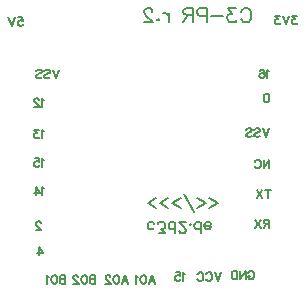
<source format=gbo>
G04 Layer: BottomSilkLayer*
G04 EasyEDA v6.4.7, 2020-11-10T21:56:29+01:00*
G04 d56d7f5836d14aafa71abd029e92fcd7,d798ca008b2c48fc9d28453cf4f639a5,10*
G04 Gerber Generator version 0.2*
G04 Scale: 100 percent, Rotated: No, Reflected: No *
G04 Dimensions in millimeters *
G04 leading zeros omitted , absolute positions ,3 integer and 3 decimal *
%FSLAX33Y33*%
%MOMM*%
G90*
D02*

%ADD26C,0.203200*%

%LPD*%
G54D26*
G01X20875Y26399D02*
G01X20932Y26513D01*
G01X21046Y26627D01*
G01X21159Y26684D01*
G01X21386Y26684D01*
G01X21500Y26627D01*
G01X21614Y26513D01*
G01X21671Y26399D01*
G01X21727Y26229D01*
G01X21727Y25945D01*
G01X21671Y25774D01*
G01X21614Y25661D01*
G01X21500Y25547D01*
G01X21386Y25490D01*
G01X21159Y25490D01*
G01X21046Y25547D01*
G01X20932Y25661D01*
G01X20875Y25774D01*
G01X20386Y26684D02*
G01X19761Y26684D01*
G01X20102Y26229D01*
G01X19932Y26229D01*
G01X19818Y26172D01*
G01X19761Y26115D01*
G01X19705Y25945D01*
G01X19705Y25831D01*
G01X19761Y25661D01*
G01X19875Y25547D01*
G01X20045Y25490D01*
G01X20216Y25490D01*
G01X20386Y25547D01*
G01X20443Y25604D01*
G01X20500Y25718D01*
G01X19330Y26002D02*
G01X18307Y26002D01*
G01X17932Y26684D02*
G01X17932Y25490D01*
G01X17932Y26684D02*
G01X17420Y26684D01*
G01X17250Y26627D01*
G01X17193Y26570D01*
G01X17136Y26456D01*
G01X17136Y26286D01*
G01X17193Y26172D01*
G01X17250Y26115D01*
G01X17420Y26059D01*
G01X17932Y26059D01*
G01X16761Y26684D02*
G01X16761Y25490D01*
G01X16761Y26684D02*
G01X16250Y26684D01*
G01X16080Y26627D01*
G01X16023Y26570D01*
G01X15966Y26456D01*
G01X15966Y26343D01*
G01X16023Y26229D01*
G01X16080Y26172D01*
G01X16250Y26115D01*
G01X16761Y26115D01*
G01X16364Y26115D02*
G01X15966Y25490D01*
G01X14716Y26286D02*
G01X14716Y25490D01*
G01X14716Y25945D02*
G01X14659Y26115D01*
G01X14545Y26229D01*
G01X14432Y26286D01*
G01X14261Y26286D01*
G01X13830Y25774D02*
G01X13886Y25718D01*
G01X13830Y25661D01*
G01X13773Y25718D01*
G01X13830Y25774D01*
G01X13341Y26399D02*
G01X13341Y26456D01*
G01X13284Y26570D01*
G01X13227Y26627D01*
G01X13114Y26684D01*
G01X12886Y26684D01*
G01X12773Y26627D01*
G01X12716Y26570D01*
G01X12659Y26456D01*
G01X12659Y26343D01*
G01X12716Y26229D01*
G01X12830Y26059D01*
G01X13398Y25490D01*
G01X12602Y25490D01*
G01X25585Y26029D02*
G01X25210Y26029D01*
G01X25415Y25757D01*
G01X25313Y25757D01*
G01X25244Y25723D01*
G01X25210Y25688D01*
G01X25176Y25586D01*
G01X25176Y25518D01*
G01X25210Y25416D01*
G01X25278Y25348D01*
G01X25381Y25313D01*
G01X25483Y25313D01*
G01X25585Y25348D01*
G01X25619Y25382D01*
G01X25654Y25450D01*
G01X24951Y26029D02*
G01X24678Y25313D01*
G01X24406Y26029D02*
G01X24678Y25313D01*
G01X24113Y26029D02*
G01X23738Y26029D01*
G01X23942Y25757D01*
G01X23840Y25757D01*
G01X23772Y25723D01*
G01X23738Y25688D01*
G01X23703Y25586D01*
G01X23703Y25518D01*
G01X23738Y25416D01*
G01X23806Y25348D01*
G01X23908Y25313D01*
G01X24010Y25313D01*
G01X24113Y25348D01*
G01X24147Y25382D01*
G01X24181Y25450D01*
G01X5969Y4058D02*
G01X5969Y3342D01*
G01X5969Y4058D02*
G01X5662Y4058D01*
G01X5559Y4024D01*
G01X5525Y3990D01*
G01X5491Y3922D01*
G01X5491Y3854D01*
G01X5525Y3786D01*
G01X5559Y3752D01*
G01X5662Y3717D01*
G01X5969Y3717D02*
G01X5662Y3717D01*
G01X5559Y3683D01*
G01X5525Y3649D01*
G01X5491Y3581D01*
G01X5491Y3479D01*
G01X5525Y3411D01*
G01X5559Y3377D01*
G01X5662Y3342D01*
G01X5969Y3342D01*
G01X5062Y4058D02*
G01X5164Y4024D01*
G01X5232Y3922D01*
G01X5266Y3752D01*
G01X5266Y3649D01*
G01X5232Y3479D01*
G01X5164Y3377D01*
G01X5062Y3342D01*
G01X4993Y3342D01*
G01X4891Y3377D01*
G01X4823Y3479D01*
G01X4789Y3649D01*
G01X4789Y3752D01*
G01X4823Y3922D01*
G01X4891Y4024D01*
G01X4993Y4058D01*
G01X5062Y4058D01*
G01X4564Y3922D02*
G01X4496Y3956D01*
G01X4393Y4058D01*
G01X4393Y3342D01*
G01X8509Y4058D02*
G01X8509Y3342D01*
G01X8509Y4058D02*
G01X8202Y4058D01*
G01X8099Y4024D01*
G01X8065Y3990D01*
G01X8031Y3922D01*
G01X8031Y3854D01*
G01X8065Y3786D01*
G01X8099Y3752D01*
G01X8202Y3717D01*
G01X8509Y3717D02*
G01X8202Y3717D01*
G01X8099Y3683D01*
G01X8065Y3649D01*
G01X8031Y3581D01*
G01X8031Y3479D01*
G01X8065Y3411D01*
G01X8099Y3377D01*
G01X8202Y3342D01*
G01X8509Y3342D01*
G01X7602Y4058D02*
G01X7704Y4024D01*
G01X7772Y3922D01*
G01X7806Y3752D01*
G01X7806Y3649D01*
G01X7772Y3479D01*
G01X7704Y3377D01*
G01X7602Y3342D01*
G01X7533Y3342D01*
G01X7431Y3377D01*
G01X7363Y3479D01*
G01X7329Y3649D01*
G01X7329Y3752D01*
G01X7363Y3922D01*
G01X7431Y4024D01*
G01X7533Y4058D01*
G01X7602Y4058D01*
G01X7070Y3888D02*
G01X7070Y3922D01*
G01X7036Y3990D01*
G01X7002Y4024D01*
G01X6933Y4058D01*
G01X6797Y4058D01*
G01X6729Y4024D01*
G01X6695Y3990D01*
G01X6661Y3922D01*
G01X6661Y3854D01*
G01X6695Y3786D01*
G01X6763Y3683D01*
G01X7104Y3342D01*
G01X6627Y3342D01*
G01X11030Y4058D02*
G01X11303Y3342D01*
G01X11030Y4058D02*
G01X10757Y3342D01*
G01X11200Y3581D02*
G01X10859Y3581D01*
G01X10327Y4058D02*
G01X10430Y4024D01*
G01X10498Y3922D01*
G01X10532Y3752D01*
G01X10532Y3649D01*
G01X10498Y3479D01*
G01X10430Y3377D01*
G01X10327Y3342D01*
G01X10259Y3342D01*
G01X10157Y3377D01*
G01X10089Y3479D01*
G01X10055Y3649D01*
G01X10055Y3752D01*
G01X10089Y3922D01*
G01X10157Y4024D01*
G01X10259Y4058D01*
G01X10327Y4058D01*
G01X9796Y3888D02*
G01X9796Y3922D01*
G01X9762Y3990D01*
G01X9727Y4024D01*
G01X9659Y4058D01*
G01X9523Y4058D01*
G01X9455Y4024D01*
G01X9421Y3990D01*
G01X9387Y3922D01*
G01X9387Y3854D01*
G01X9421Y3786D01*
G01X9489Y3683D01*
G01X9830Y3342D01*
G01X9352Y3342D01*
G01X13316Y4058D02*
G01X13589Y3342D01*
G01X13316Y4058D02*
G01X13043Y3342D01*
G01X13486Y3581D02*
G01X13145Y3581D01*
G01X12613Y4058D02*
G01X12716Y4024D01*
G01X12784Y3922D01*
G01X12818Y3752D01*
G01X12818Y3649D01*
G01X12784Y3479D01*
G01X12716Y3377D01*
G01X12613Y3342D01*
G01X12545Y3342D01*
G01X12443Y3377D01*
G01X12375Y3479D01*
G01X12341Y3649D01*
G01X12341Y3752D01*
G01X12375Y3922D01*
G01X12443Y4024D01*
G01X12545Y4058D01*
G01X12613Y4058D01*
G01X12116Y3922D02*
G01X12048Y3956D01*
G01X11945Y4058D01*
G01X11945Y3342D01*
G01X19177Y4312D02*
G01X18904Y3596D01*
G01X18631Y4312D02*
G01X18904Y3596D01*
G01X17895Y4142D02*
G01X17929Y4210D01*
G01X17997Y4278D01*
G01X18065Y4312D01*
G01X18201Y4312D01*
G01X18270Y4278D01*
G01X18338Y4210D01*
G01X18372Y4142D01*
G01X18406Y4040D01*
G01X18406Y3869D01*
G01X18372Y3767D01*
G01X18338Y3699D01*
G01X18270Y3631D01*
G01X18201Y3596D01*
G01X18065Y3596D01*
G01X17997Y3631D01*
G01X17929Y3699D01*
G01X17895Y3767D01*
G01X17158Y4142D02*
G01X17192Y4210D01*
G01X17261Y4278D01*
G01X17329Y4312D01*
G01X17465Y4312D01*
G01X17533Y4278D01*
G01X17601Y4210D01*
G01X17636Y4142D01*
G01X17670Y4040D01*
G01X17670Y3869D01*
G01X17636Y3767D01*
G01X17601Y3699D01*
G01X17533Y3631D01*
G01X17465Y3596D01*
G01X17329Y3596D01*
G01X17261Y3631D01*
G01X17192Y3699D01*
G01X17158Y3767D01*
G01X16129Y4176D02*
G01X16060Y4210D01*
G01X15958Y4312D01*
G01X15958Y3596D01*
G01X15324Y4312D02*
G01X15665Y4312D01*
G01X15699Y4006D01*
G01X15665Y4040D01*
G01X15563Y4074D01*
G01X15460Y4074D01*
G01X15358Y4040D01*
G01X15290Y3971D01*
G01X15256Y3869D01*
G01X15256Y3801D01*
G01X15290Y3699D01*
G01X15358Y3631D01*
G01X15460Y3596D01*
G01X15563Y3596D01*
G01X15665Y3631D01*
G01X15699Y3665D01*
G01X15733Y3733D01*
G01X21459Y4269D02*
G01X21493Y4337D01*
G01X21561Y4405D01*
G01X21630Y4439D01*
G01X21766Y4439D01*
G01X21834Y4405D01*
G01X21902Y4337D01*
G01X21936Y4269D01*
G01X21971Y4167D01*
G01X21971Y3996D01*
G01X21936Y3894D01*
G01X21902Y3826D01*
G01X21834Y3758D01*
G01X21766Y3723D01*
G01X21630Y3723D01*
G01X21561Y3758D01*
G01X21493Y3826D01*
G01X21459Y3894D01*
G01X21459Y3996D01*
G01X21630Y3996D02*
G01X21459Y3996D01*
G01X21234Y4439D02*
G01X21234Y3723D01*
G01X21234Y4439D02*
G01X20757Y3723D01*
G01X20757Y4439D02*
G01X20757Y3723D01*
G01X20532Y4439D02*
G01X20532Y3723D01*
G01X20532Y4439D02*
G01X20293Y4439D01*
G01X20191Y4405D01*
G01X20123Y4337D01*
G01X20089Y4269D01*
G01X20055Y4167D01*
G01X20055Y3996D01*
G01X20089Y3894D01*
G01X20123Y3826D01*
G01X20191Y3758D01*
G01X20293Y3723D01*
G01X20532Y3723D01*
G01X13499Y8081D02*
G01X13408Y7990D01*
G01X13317Y7945D01*
G01X13181Y7945D01*
G01X13090Y7990D01*
G01X12999Y8081D01*
G01X12954Y8217D01*
G01X12954Y8308D01*
G01X12999Y8445D01*
G01X13090Y8536D01*
G01X13181Y8581D01*
G01X13317Y8581D01*
G01X13408Y8536D01*
G01X13499Y8445D01*
G01X13890Y7626D02*
G01X14390Y7626D01*
G01X14117Y7990D01*
G01X14253Y7990D01*
G01X14344Y8036D01*
G01X14390Y8081D01*
G01X14435Y8217D01*
G01X14435Y8308D01*
G01X14390Y8445D01*
G01X14299Y8536D01*
G01X14163Y8581D01*
G01X14026Y8581D01*
G01X13890Y8536D01*
G01X13844Y8490D01*
G01X13799Y8399D01*
G01X15281Y7626D02*
G01X15281Y8581D01*
G01X15281Y8081D02*
G01X15190Y7990D01*
G01X15099Y7945D01*
G01X14963Y7945D01*
G01X14872Y7990D01*
G01X14781Y8081D01*
G01X14735Y8217D01*
G01X14735Y8308D01*
G01X14781Y8445D01*
G01X14872Y8536D01*
G01X14963Y8581D01*
G01X15099Y8581D01*
G01X15190Y8536D01*
G01X15281Y8445D01*
G01X15626Y7854D02*
G01X15626Y7808D01*
G01X15672Y7717D01*
G01X15717Y7672D01*
G01X15808Y7626D01*
G01X15990Y7626D01*
G01X16081Y7672D01*
G01X16126Y7717D01*
G01X16172Y7808D01*
G01X16172Y7899D01*
G01X16126Y7990D01*
G01X16035Y8126D01*
G01X15581Y8581D01*
G01X16217Y8581D01*
G01X16563Y8354D02*
G01X16517Y8399D01*
G01X16563Y8445D01*
G01X16608Y8399D01*
G01X16563Y8354D01*
G01X17453Y7626D02*
G01X17453Y8581D01*
G01X17453Y8081D02*
G01X17363Y7990D01*
G01X17272Y7945D01*
G01X17135Y7945D01*
G01X17044Y7990D01*
G01X16953Y8081D01*
G01X16908Y8217D01*
G01X16908Y8308D01*
G01X16953Y8445D01*
G01X17044Y8536D01*
G01X17135Y8581D01*
G01X17272Y8581D01*
G01X17363Y8536D01*
G01X17453Y8445D01*
G01X17753Y8217D02*
G01X18299Y8217D01*
G01X18299Y8126D01*
G01X18253Y8036D01*
G01X18208Y7990D01*
G01X18117Y7945D01*
G01X17981Y7945D01*
G01X17890Y7990D01*
G01X17799Y8081D01*
G01X17753Y8217D01*
G01X17753Y8308D01*
G01X17799Y8445D01*
G01X17890Y8536D01*
G01X17981Y8581D01*
G01X18117Y8581D01*
G01X18208Y8536D01*
G01X18299Y8445D01*
G01X13681Y9779D02*
G01X12954Y10188D01*
G01X13681Y10597D01*
G01X14708Y9779D02*
G01X13981Y10188D01*
G01X14708Y10597D01*
G01X15735Y9779D02*
G01X15008Y10188D01*
G01X15735Y10597D01*
G01X16853Y9461D02*
G01X16035Y10915D01*
G01X17153Y9779D02*
G01X17881Y10188D01*
G01X17153Y10597D01*
G01X18181Y9779D02*
G01X18908Y10188D01*
G01X18181Y10597D01*
G01X2003Y25902D02*
G01X2344Y25902D01*
G01X2378Y25596D01*
G01X2344Y25630D01*
G01X2242Y25664D01*
G01X2140Y25664D01*
G01X2037Y25630D01*
G01X1969Y25561D01*
G01X1935Y25459D01*
G01X1935Y25391D01*
G01X1969Y25289D01*
G01X2037Y25221D01*
G01X2140Y25186D01*
G01X2242Y25186D01*
G01X2344Y25221D01*
G01X2378Y25255D01*
G01X2413Y25323D01*
G01X1710Y25902D02*
G01X1437Y25186D01*
G01X1165Y25902D02*
G01X1437Y25186D01*
G01X5461Y21457D02*
G01X5188Y20741D01*
G01X4915Y21457D02*
G01X5188Y20741D01*
G01X4213Y21355D02*
G01X4281Y21423D01*
G01X4383Y21457D01*
G01X4520Y21457D01*
G01X4622Y21423D01*
G01X4690Y21355D01*
G01X4690Y21287D01*
G01X4656Y21219D01*
G01X4622Y21185D01*
G01X4554Y21151D01*
G01X4349Y21082D01*
G01X4281Y21048D01*
G01X4247Y21014D01*
G01X4213Y20946D01*
G01X4213Y20844D01*
G01X4281Y20776D01*
G01X4383Y20741D01*
G01X4520Y20741D01*
G01X4622Y20776D01*
G01X4690Y20844D01*
G01X3510Y21355D02*
G01X3579Y21423D01*
G01X3681Y21457D01*
G01X3817Y21457D01*
G01X3920Y21423D01*
G01X3988Y21355D01*
G01X3988Y21287D01*
G01X3954Y21219D01*
G01X3920Y21185D01*
G01X3851Y21151D01*
G01X3647Y21082D01*
G01X3579Y21048D01*
G01X3545Y21014D01*
G01X3510Y20946D01*
G01X3510Y20844D01*
G01X3579Y20776D01*
G01X3681Y20741D01*
G01X3817Y20741D01*
G01X3920Y20776D01*
G01X3988Y20844D01*
G01X4191Y18908D02*
G01X4122Y18942D01*
G01X4020Y19044D01*
G01X4020Y18328D01*
G01X3761Y18874D02*
G01X3761Y18908D01*
G01X3727Y18976D01*
G01X3693Y19010D01*
G01X3625Y19044D01*
G01X3488Y19044D01*
G01X3420Y19010D01*
G01X3386Y18976D01*
G01X3352Y18908D01*
G01X3352Y18840D01*
G01X3386Y18772D01*
G01X3454Y18669D01*
G01X3795Y18328D01*
G01X3318Y18328D01*
G01X4191Y16241D02*
G01X4122Y16275D01*
G01X4020Y16377D01*
G01X4020Y15661D01*
G01X3727Y16377D02*
G01X3352Y16377D01*
G01X3556Y16105D01*
G01X3454Y16105D01*
G01X3386Y16071D01*
G01X3352Y16036D01*
G01X3318Y15934D01*
G01X3318Y15866D01*
G01X3352Y15764D01*
G01X3420Y15696D01*
G01X3522Y15661D01*
G01X3625Y15661D01*
G01X3727Y15696D01*
G01X3761Y15730D01*
G01X3795Y15798D01*
G01X4191Y13828D02*
G01X4122Y13862D01*
G01X4020Y13964D01*
G01X4020Y13248D01*
G01X3386Y13964D02*
G01X3727Y13964D01*
G01X3761Y13658D01*
G01X3727Y13692D01*
G01X3625Y13726D01*
G01X3522Y13726D01*
G01X3420Y13692D01*
G01X3352Y13623D01*
G01X3318Y13521D01*
G01X3318Y13453D01*
G01X3352Y13351D01*
G01X3420Y13283D01*
G01X3522Y13248D01*
G01X3625Y13248D01*
G01X3727Y13283D01*
G01X3761Y13317D01*
G01X3795Y13385D01*
G01X4191Y11415D02*
G01X4122Y11449D01*
G01X4020Y11551D01*
G01X4020Y10835D01*
G01X3454Y11551D02*
G01X3795Y11074D01*
G01X3284Y11074D01*
G01X3454Y11551D02*
G01X3454Y10835D01*
G01X3902Y8460D02*
G01X3902Y8494D01*
G01X3868Y8562D01*
G01X3834Y8596D01*
G01X3766Y8630D01*
G01X3630Y8630D01*
G01X3561Y8596D01*
G01X3527Y8562D01*
G01X3493Y8494D01*
G01X3493Y8426D01*
G01X3527Y8358D01*
G01X3596Y8255D01*
G01X3937Y7914D01*
G01X3459Y7914D01*
G01X3723Y6471D02*
G01X4064Y5994D01*
G01X3552Y5994D01*
G01X3723Y6471D02*
G01X3723Y5755D01*
G01X23241Y21321D02*
G01X23172Y21355D01*
G01X23070Y21457D01*
G01X23070Y20741D01*
G01X22436Y21355D02*
G01X22470Y21423D01*
G01X22572Y21457D01*
G01X22641Y21457D01*
G01X22743Y21423D01*
G01X22811Y21321D01*
G01X22845Y21151D01*
G01X22845Y20980D01*
G01X22811Y20844D01*
G01X22743Y20776D01*
G01X22641Y20741D01*
G01X22606Y20741D01*
G01X22504Y20776D01*
G01X22436Y20844D01*
G01X22402Y20946D01*
G01X22402Y20980D01*
G01X22436Y21082D01*
G01X22504Y21151D01*
G01X22606Y21185D01*
G01X22641Y21185D01*
G01X22743Y21151D01*
G01X22811Y21082D01*
G01X22845Y20980D01*
G01X23036Y19425D02*
G01X23138Y19391D01*
G01X23206Y19289D01*
G01X23241Y19119D01*
G01X23241Y19016D01*
G01X23206Y18846D01*
G01X23138Y18744D01*
G01X23036Y18709D01*
G01X22968Y18709D01*
G01X22865Y18744D01*
G01X22797Y18846D01*
G01X22763Y19016D01*
G01X22763Y19119D01*
G01X22797Y19289D01*
G01X22865Y19391D01*
G01X22968Y19425D01*
G01X23036Y19425D01*
G01X23241Y16504D02*
G01X22968Y15788D01*
G01X22695Y16504D02*
G01X22968Y15788D01*
G01X21993Y16402D02*
G01X22061Y16470D01*
G01X22163Y16504D01*
G01X22300Y16504D01*
G01X22402Y16470D01*
G01X22470Y16402D01*
G01X22470Y16334D01*
G01X22436Y16266D01*
G01X22402Y16232D01*
G01X22334Y16198D01*
G01X22129Y16129D01*
G01X22061Y16095D01*
G01X22027Y16061D01*
G01X21993Y15993D01*
G01X21993Y15891D01*
G01X22061Y15823D01*
G01X22163Y15788D01*
G01X22300Y15788D01*
G01X22402Y15823D01*
G01X22470Y15891D01*
G01X21290Y16402D02*
G01X21359Y16470D01*
G01X21461Y16504D01*
G01X21597Y16504D01*
G01X21700Y16470D01*
G01X21768Y16402D01*
G01X21768Y16334D01*
G01X21734Y16266D01*
G01X21700Y16232D01*
G01X21631Y16198D01*
G01X21427Y16129D01*
G01X21359Y16095D01*
G01X21325Y16061D01*
G01X21290Y15993D01*
G01X21290Y15891D01*
G01X21359Y15823D01*
G01X21461Y15788D01*
G01X21597Y15788D01*
G01X21700Y15823D01*
G01X21768Y15891D01*
G01X23241Y13837D02*
G01X23241Y13121D01*
G01X23241Y13837D02*
G01X22763Y13121D01*
G01X22763Y13837D02*
G01X22763Y13121D01*
G01X22027Y13667D02*
G01X22061Y13735D01*
G01X22129Y13803D01*
G01X22197Y13837D01*
G01X22334Y13837D01*
G01X22402Y13803D01*
G01X22470Y13735D01*
G01X22504Y13667D01*
G01X22538Y13565D01*
G01X22538Y13394D01*
G01X22504Y13292D01*
G01X22470Y13224D01*
G01X22402Y13156D01*
G01X22334Y13121D01*
G01X22197Y13121D01*
G01X22129Y13156D01*
G01X22061Y13224D01*
G01X22027Y13292D01*
G01X23129Y11297D02*
G01X23129Y10581D01*
G01X23368Y11297D02*
G01X22890Y11297D01*
G01X22665Y11297D02*
G01X22188Y10581D01*
G01X22188Y11297D02*
G01X22665Y10581D01*
G01X23241Y8757D02*
G01X23241Y8041D01*
G01X23241Y8757D02*
G01X22934Y8757D01*
G01X22831Y8723D01*
G01X22797Y8689D01*
G01X22763Y8621D01*
G01X22763Y8553D01*
G01X22797Y8485D01*
G01X22831Y8451D01*
G01X22934Y8416D01*
G01X23241Y8416D01*
G01X23002Y8416D02*
G01X22763Y8041D01*
G01X22538Y8757D02*
G01X22061Y8041D01*
G01X22061Y8757D02*
G01X22538Y8041D01*
M00*
M02*

</source>
